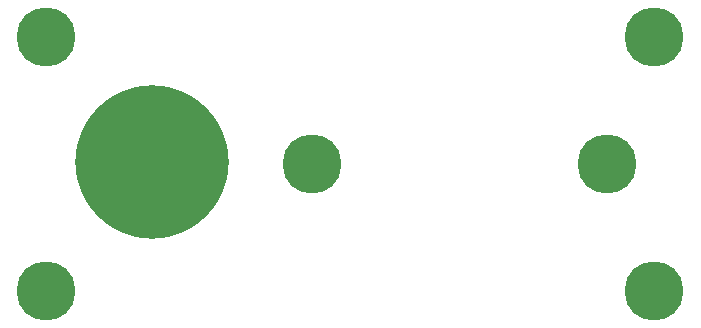
<source format=gbr>
%TF.GenerationSoftware,KiCad,Pcbnew,(6.0.6)*%
%TF.CreationDate,2022-11-01T14:40:17+00:00*%
%TF.ProjectId,rearcase,72656172-6361-4736-952e-6b696361645f,rev?*%
%TF.SameCoordinates,Original*%
%TF.FileFunction,Soldermask,Top*%
%TF.FilePolarity,Negative*%
%FSLAX46Y46*%
G04 Gerber Fmt 4.6, Leading zero omitted, Abs format (unit mm)*
G04 Created by KiCad (PCBNEW (6.0.6)) date 2022-11-01 14:40:17*
%MOMM*%
%LPD*%
G01*
G04 APERTURE LIST*
%ADD10C,5.000000*%
%ADD11C,13.000000*%
G04 APERTURE END LIST*
D10*
%TO.C,REF\u002A\u002A*%
X128000000Y-86500000D03*
X179500000Y-108000000D03*
X128000000Y-108000000D03*
X150500000Y-97300000D03*
X179500000Y-86500000D03*
X175490000Y-97300000D03*
D11*
X136950000Y-97100000D03*
%TD*%
M02*

</source>
